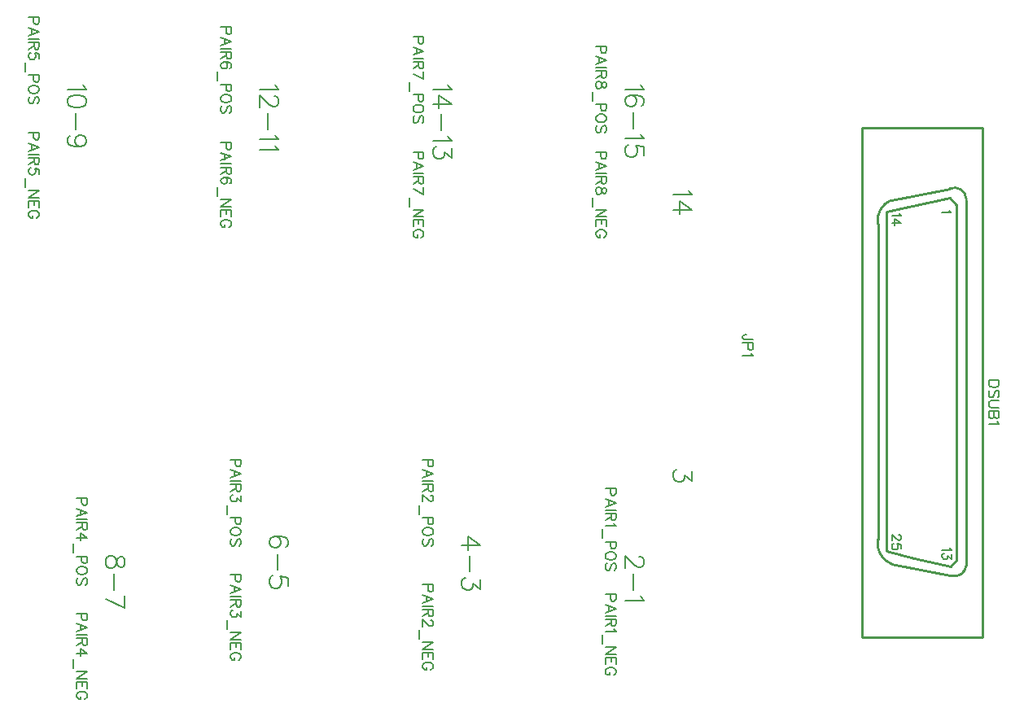
<source format=gto>
G04 Layer: TopSilkscreenLayer*
G04 EasyEDA v6.5.51, 2026-01-14 15:08:39*
G04 dde8d36dd7f6405bbf5d2bde1aba3d06,1eba0ef7a20a4348ba21f928fdb5677a,10*
G04 Gerber Generator version 0.2*
G04 Scale: 100 percent, Rotated: No, Reflected: No *
G04 Dimensions in millimeters *
G04 leading zeros omitted , absolute positions ,4 integer and 5 decimal *
%FSLAX45Y45*%
%MOMM*%

%ADD10C,0.2032*%
%ADD11C,0.1524*%
%ADD12C,0.1501*%
%ADD13C,0.2540*%
%ADD14C,0.0131*%

%LPD*%
D10*
X8358733Y1790852D02*
G01*
X8368131Y1790852D01*
X8386673Y1781454D01*
X8395817Y1772310D01*
X8404961Y1753768D01*
X8404961Y1716938D01*
X8395817Y1698396D01*
X8386673Y1689252D01*
X8368131Y1679854D01*
X8349589Y1679854D01*
X8331047Y1689252D01*
X8303361Y1707540D01*
X8211159Y1799996D01*
X8211159Y1670710D01*
X8294217Y1609750D02*
G01*
X8294217Y1443380D01*
X8368131Y1382420D02*
G01*
X8377275Y1364132D01*
X8404961Y1336446D01*
X8211159Y1336446D01*
X6705117Y1907743D02*
G01*
X6575831Y1999945D01*
X6575831Y1861515D01*
X6705117Y1907743D02*
G01*
X6511061Y1907743D01*
X6594119Y1800555D02*
G01*
X6594119Y1634185D01*
X6705117Y1554683D02*
G01*
X6705117Y1453083D01*
X6631203Y1508709D01*
X6631203Y1481023D01*
X6621805Y1462481D01*
X6612661Y1453083D01*
X6584975Y1443939D01*
X6566433Y1443939D01*
X6538747Y1453083D01*
X6520205Y1471625D01*
X6511061Y1499311D01*
X6511061Y1526997D01*
X6520205Y1554683D01*
X6529603Y1564081D01*
X6547891Y1573225D01*
X4677435Y1889125D02*
G01*
X4695723Y1898269D01*
X4705121Y1926209D01*
X4705121Y1944496D01*
X4695723Y1972182D01*
X4668037Y1990725D01*
X4621809Y1999869D01*
X4575835Y1999869D01*
X4538751Y1990725D01*
X4520209Y1972182D01*
X4511065Y1944496D01*
X4511065Y1935353D01*
X4520209Y1907667D01*
X4538751Y1889125D01*
X4566437Y1879980D01*
X4575835Y1879980D01*
X4603521Y1889125D01*
X4621809Y1907667D01*
X4631207Y1935353D01*
X4631207Y1944496D01*
X4621809Y1972182D01*
X4603521Y1990725D01*
X4575835Y1999869D01*
X4594123Y1819020D02*
G01*
X4594123Y1652651D01*
X4705121Y1480946D02*
G01*
X4705121Y1573148D01*
X4621809Y1582546D01*
X4631207Y1573148D01*
X4640351Y1545462D01*
X4640351Y1517777D01*
X4631207Y1490090D01*
X4612665Y1471548D01*
X4584979Y1462404D01*
X4566437Y1462404D01*
X4538751Y1471548D01*
X4520209Y1490090D01*
X4511065Y1517777D01*
X4511065Y1545462D01*
X4520209Y1573148D01*
X4529607Y1582546D01*
X4547895Y1591690D01*
X3005124Y1753895D02*
G01*
X2995726Y1781581D01*
X2977438Y1790725D01*
X2958896Y1790725D01*
X2940354Y1781581D01*
X2931210Y1763039D01*
X2921812Y1726209D01*
X2912668Y1698269D01*
X2894126Y1679981D01*
X2875838Y1670583D01*
X2847898Y1670583D01*
X2829610Y1679981D01*
X2820212Y1689125D01*
X2811068Y1716811D01*
X2811068Y1753895D01*
X2820212Y1781581D01*
X2829610Y1790725D01*
X2847898Y1799869D01*
X2875838Y1799869D01*
X2894126Y1790725D01*
X2912668Y1772183D01*
X2921812Y1744497D01*
X2931210Y1707667D01*
X2940354Y1689125D01*
X2958896Y1679981D01*
X2977438Y1679981D01*
X2995726Y1689125D01*
X3005124Y1716811D01*
X3005124Y1753895D01*
X2894126Y1609623D02*
G01*
X2894126Y1443507D01*
X3005124Y1253261D02*
G01*
X2811068Y1345463D01*
X3005124Y1382547D02*
G01*
X3005124Y1253261D01*
X8368029Y6699859D02*
G01*
X8377427Y6681571D01*
X8405113Y6653885D01*
X8211058Y6653885D01*
X8377427Y6481927D02*
G01*
X8395715Y6491325D01*
X8405113Y6519011D01*
X8405113Y6537299D01*
X8395715Y6565239D01*
X8368029Y6583527D01*
X8321802Y6592925D01*
X8275827Y6592925D01*
X8238743Y6583527D01*
X8220202Y6565239D01*
X8211058Y6537299D01*
X8211058Y6528155D01*
X8220202Y6500469D01*
X8238743Y6481927D01*
X8266429Y6472783D01*
X8275827Y6472783D01*
X8303513Y6481927D01*
X8321802Y6500469D01*
X8331200Y6528155D01*
X8331200Y6537299D01*
X8321802Y6565239D01*
X8303513Y6583527D01*
X8275827Y6592925D01*
X8294115Y6411823D02*
G01*
X8294115Y6245453D01*
X8368029Y6184493D02*
G01*
X8377427Y6166205D01*
X8405113Y6138519D01*
X8211058Y6138519D01*
X8405113Y5966561D02*
G01*
X8405113Y6059017D01*
X8321802Y6068161D01*
X8331200Y6059017D01*
X8340343Y6031331D01*
X8340343Y6003645D01*
X8331200Y5975959D01*
X8312658Y5957417D01*
X8284972Y5948019D01*
X8266429Y5948019D01*
X8238743Y5957417D01*
X8220202Y5975959D01*
X8211058Y6003645D01*
X8211058Y6031331D01*
X8220202Y6059017D01*
X8229600Y6068161D01*
X8247888Y6077559D01*
X6368034Y6699859D02*
G01*
X6377431Y6681571D01*
X6405118Y6653885D01*
X6211061Y6653885D01*
X6405118Y6500469D02*
G01*
X6275831Y6592925D01*
X6275831Y6454241D01*
X6405118Y6500469D02*
G01*
X6211061Y6500469D01*
X6294120Y6393281D02*
G01*
X6294120Y6227165D01*
X6368034Y6166205D02*
G01*
X6377431Y6147663D01*
X6405118Y6119977D01*
X6211061Y6119977D01*
X6405118Y6040475D02*
G01*
X6405118Y5938875D01*
X6331204Y5994247D01*
X6331204Y5966561D01*
X6321806Y5948019D01*
X6312661Y5938875D01*
X6284975Y5929731D01*
X6266434Y5929731D01*
X6238747Y5938875D01*
X6220206Y5957417D01*
X6211061Y5985103D01*
X6211061Y6012789D01*
X6220206Y6040475D01*
X6229604Y6049619D01*
X6247891Y6059017D01*
X4568037Y6699859D02*
G01*
X4577435Y6681571D01*
X4605121Y6653885D01*
X4411065Y6653885D01*
X4558893Y6583527D02*
G01*
X4568037Y6583527D01*
X4586579Y6574383D01*
X4595723Y6565239D01*
X4605121Y6546697D01*
X4605121Y6509613D01*
X4595723Y6491325D01*
X4586579Y6481927D01*
X4568037Y6472783D01*
X4549495Y6472783D01*
X4531207Y6481927D01*
X4503521Y6500469D01*
X4411065Y6592925D01*
X4411065Y6463639D01*
X4494123Y6402679D02*
G01*
X4494123Y6236309D01*
X4568037Y6175349D02*
G01*
X4577435Y6156807D01*
X4605121Y6129121D01*
X4411065Y6129121D01*
X4568037Y6068161D02*
G01*
X4577435Y6049619D01*
X4605121Y6021933D01*
X4411065Y6021933D01*
X2568041Y6699859D02*
G01*
X2577439Y6681571D01*
X2605125Y6653885D01*
X2411069Y6653885D01*
X2605125Y6537299D02*
G01*
X2595727Y6565239D01*
X2568041Y6583527D01*
X2521813Y6592925D01*
X2494127Y6592925D01*
X2447899Y6583527D01*
X2420213Y6565239D01*
X2411069Y6537299D01*
X2411069Y6519011D01*
X2420213Y6491325D01*
X2447899Y6472783D01*
X2494127Y6463639D01*
X2521813Y6463639D01*
X2568041Y6472783D01*
X2595727Y6491325D01*
X2605125Y6519011D01*
X2605125Y6537299D01*
X2494127Y6402679D02*
G01*
X2494127Y6236309D01*
X2540355Y6055207D02*
G01*
X2512669Y6064605D01*
X2494127Y6082893D01*
X2484983Y6110579D01*
X2484983Y6119977D01*
X2494127Y6147663D01*
X2512669Y6166205D01*
X2540355Y6175349D01*
X2549499Y6175349D01*
X2577439Y6166205D01*
X2595727Y6147663D01*
X2605125Y6119977D01*
X2605125Y6110579D01*
X2595727Y6082893D01*
X2577439Y6064605D01*
X2540355Y6055207D01*
X2494127Y6055207D01*
X2447899Y6064605D01*
X2420213Y6082893D01*
X2411069Y6110579D01*
X2411069Y6129121D01*
X2420213Y6156807D01*
X2438755Y6166205D01*
X8868105Y5599963D02*
G01*
X8877249Y5581421D01*
X8904935Y5553735D01*
X8711133Y5553735D01*
X8904935Y5400573D02*
G01*
X8775649Y5492775D01*
X8775649Y5354345D01*
X8904935Y5400573D02*
G01*
X8711133Y5400573D01*
X8904909Y2681604D02*
G01*
X8904909Y2580004D01*
X8831249Y2635377D01*
X8831249Y2607690D01*
X8821851Y2589148D01*
X8812707Y2580004D01*
X8785021Y2570606D01*
X8766479Y2570606D01*
X8738793Y2580004D01*
X8720251Y2598293D01*
X8711107Y2625979D01*
X8711107Y2653919D01*
X8720251Y2681604D01*
X8729649Y2690748D01*
X8747937Y2699893D01*
D11*
X12101093Y3625392D02*
G01*
X11992127Y3625392D01*
X12101093Y3625392D02*
G01*
X12101093Y3589070D01*
X12096013Y3573322D01*
X12085599Y3563162D01*
X12075185Y3557828D01*
X12059437Y3552748D01*
X12033529Y3552748D01*
X12018035Y3557828D01*
X12007621Y3563162D01*
X11997207Y3573322D01*
X11992127Y3589070D01*
X11992127Y3625392D01*
X12085599Y3445560D02*
G01*
X12096013Y3455974D01*
X12101093Y3471722D01*
X12101093Y3492296D01*
X12096013Y3508044D01*
X12085599Y3518458D01*
X12075185Y3518458D01*
X12064771Y3513124D01*
X12059437Y3508044D01*
X12054357Y3497630D01*
X12043943Y3466388D01*
X12038863Y3455974D01*
X12033529Y3450894D01*
X12023115Y3445560D01*
X12007621Y3445560D01*
X11997207Y3455974D01*
X11992127Y3471722D01*
X11992127Y3492296D01*
X11997207Y3508044D01*
X12007621Y3518458D01*
X12101093Y3411270D02*
G01*
X12023115Y3411270D01*
X12007621Y3406190D01*
X11997207Y3395776D01*
X11992127Y3380282D01*
X11992127Y3369868D01*
X11997207Y3354120D01*
X12007621Y3343706D01*
X12023115Y3338626D01*
X12101093Y3338626D01*
X12101093Y3304336D02*
G01*
X11992127Y3304336D01*
X12101093Y3304336D02*
G01*
X12101093Y3257600D01*
X12096013Y3241852D01*
X12090679Y3236772D01*
X12080265Y3231692D01*
X12069851Y3231692D01*
X12059437Y3236772D01*
X12054357Y3241852D01*
X12049277Y3257600D01*
X12049277Y3304336D02*
G01*
X12049277Y3257600D01*
X12043943Y3241852D01*
X12038863Y3236772D01*
X12028449Y3231692D01*
X12012701Y3231692D01*
X12002287Y3236772D01*
X11997207Y3241852D01*
X11992127Y3257600D01*
X11992127Y3304336D01*
X12080265Y3197402D02*
G01*
X12085599Y3186988D01*
X12101093Y3171240D01*
X11992127Y3171240D01*
D12*
X11581691Y5389981D02*
G01*
X11586263Y5380837D01*
X11599979Y5367121D01*
X11504475Y5367121D01*
X11585727Y1880158D02*
G01*
X11590299Y1871014D01*
X11604015Y1857552D01*
X11508511Y1857552D01*
X11604015Y1818436D02*
G01*
X11604015Y1768398D01*
X11567693Y1795576D01*
X11567693Y1781860D01*
X11563121Y1772970D01*
X11558549Y1768398D01*
X11544833Y1763826D01*
X11535689Y1763826D01*
X11522227Y1768398D01*
X11513083Y1777542D01*
X11508511Y1791004D01*
X11508511Y1804720D01*
X11513083Y1818436D01*
X11517655Y1823008D01*
X11526799Y1827326D01*
X11061700Y5359984D02*
G01*
X11066272Y5350840D01*
X11079988Y5337378D01*
X10984484Y5337378D01*
X11079988Y5261686D02*
G01*
X11016234Y5307152D01*
X11016234Y5239080D01*
X11079988Y5261686D02*
G01*
X10984484Y5261686D01*
X11057125Y2015411D02*
G01*
X11061697Y2015411D01*
X11070841Y2010839D01*
X11075413Y2006267D01*
X11079985Y1997377D01*
X11079985Y1979089D01*
X11075413Y1969945D01*
X11070841Y1965373D01*
X11061697Y1960801D01*
X11052553Y1960801D01*
X11043663Y1965373D01*
X11029947Y1974517D01*
X10984481Y2019983D01*
X10984481Y1956229D01*
X11079985Y1871901D02*
G01*
X11079985Y1917367D01*
X11039091Y1921685D01*
X11043663Y1917367D01*
X11047981Y1903651D01*
X11047981Y1889935D01*
X11043663Y1876473D01*
X11034519Y1867329D01*
X11020803Y1862757D01*
X11011659Y1862757D01*
X10998197Y1867329D01*
X10989053Y1876473D01*
X10984481Y1889935D01*
X10984481Y1903651D01*
X10989053Y1917367D01*
X10993625Y1921685D01*
X11002769Y1926257D01*
D11*
X9542297Y4047921D02*
G01*
X9459239Y4047921D01*
X9443491Y4053255D01*
X9438411Y4058335D01*
X9433331Y4068749D01*
X9433331Y4079163D01*
X9438411Y4089577D01*
X9443491Y4094911D01*
X9459239Y4099991D01*
X9469653Y4099991D01*
X9542297Y4013631D02*
G01*
X9433331Y4013631D01*
X9542297Y4013631D02*
G01*
X9542297Y3966895D01*
X9537217Y3951401D01*
X9531883Y3946321D01*
X9521469Y3940987D01*
X9505975Y3940987D01*
X9495561Y3946321D01*
X9490481Y3951401D01*
X9485147Y3966895D01*
X9485147Y4013631D01*
X9521469Y3906697D02*
G01*
X9526803Y3896283D01*
X9542297Y3880789D01*
X9433331Y3880789D01*
X2115311Y6199987D02*
G01*
X2006345Y6199987D01*
X2115311Y6199987D02*
G01*
X2115311Y6153251D01*
X2110231Y6137757D01*
X2104897Y6132423D01*
X2094484Y6127343D01*
X2078990Y6127343D01*
X2068575Y6132423D01*
X2063495Y6137757D01*
X2058161Y6153251D01*
X2058161Y6199987D01*
X2115311Y6051397D02*
G01*
X2006345Y6093053D01*
X2115311Y6051397D02*
G01*
X2006345Y6009741D01*
X2042668Y6077305D02*
G01*
X2042668Y6025489D01*
X2115311Y5975451D02*
G01*
X2006345Y5975451D01*
X2115311Y5941161D02*
G01*
X2006345Y5941161D01*
X2115311Y5941161D02*
G01*
X2115311Y5894425D01*
X2110231Y5878931D01*
X2104897Y5873597D01*
X2094484Y5868517D01*
X2084070Y5868517D01*
X2073656Y5873597D01*
X2068575Y5878931D01*
X2063495Y5894425D01*
X2063495Y5941161D01*
X2063495Y5904839D02*
G01*
X2006345Y5868517D01*
X2115311Y5771997D02*
G01*
X2115311Y5823813D01*
X2068575Y5829147D01*
X2073656Y5823813D01*
X2078990Y5808319D01*
X2078990Y5792571D01*
X2073656Y5777077D01*
X2063495Y5766663D01*
X2047747Y5761583D01*
X2037334Y5761583D01*
X2021840Y5766663D01*
X2011425Y5777077D01*
X2006345Y5792571D01*
X2006345Y5808319D01*
X2011425Y5823813D01*
X2016506Y5829147D01*
X2026920Y5834227D01*
X1969770Y5727293D02*
G01*
X1969770Y5633567D01*
X2115311Y5599277D02*
G01*
X2006345Y5599277D01*
X2115311Y5599277D02*
G01*
X2006345Y5526633D01*
X2115311Y5526633D02*
G01*
X2006345Y5526633D01*
X2115311Y5492343D02*
G01*
X2006345Y5492343D01*
X2115311Y5492343D02*
G01*
X2115311Y5424779D01*
X2063495Y5492343D02*
G01*
X2063495Y5450687D01*
X2006345Y5492343D02*
G01*
X2006345Y5424779D01*
X2089404Y5312511D02*
G01*
X2099818Y5317845D01*
X2110231Y5328259D01*
X2115311Y5338673D01*
X2115311Y5359247D01*
X2110231Y5369661D01*
X2099818Y5380075D01*
X2089404Y5385409D01*
X2073656Y5390489D01*
X2047747Y5390489D01*
X2032254Y5385409D01*
X2021840Y5380075D01*
X2011425Y5369661D01*
X2006345Y5359247D01*
X2006345Y5338673D01*
X2011425Y5328259D01*
X2021840Y5317845D01*
X2032254Y5312511D01*
X2047747Y5312511D01*
X2047747Y5338673D02*
G01*
X2047747Y5312511D01*
X2115311Y7399985D02*
G01*
X2006345Y7399985D01*
X2115311Y7399985D02*
G01*
X2115311Y7353249D01*
X2110231Y7337755D01*
X2104897Y7332421D01*
X2094484Y7327341D01*
X2078990Y7327341D01*
X2068575Y7332421D01*
X2063495Y7337755D01*
X2058161Y7353249D01*
X2058161Y7399985D01*
X2115311Y7251395D02*
G01*
X2006345Y7293051D01*
X2115311Y7251395D02*
G01*
X2006345Y7209739D01*
X2042668Y7277303D02*
G01*
X2042668Y7225487D01*
X2115311Y7175449D02*
G01*
X2006345Y7175449D01*
X2115311Y7141159D02*
G01*
X2006345Y7141159D01*
X2115311Y7141159D02*
G01*
X2115311Y7094423D01*
X2110231Y7078929D01*
X2104897Y7073595D01*
X2094484Y7068515D01*
X2084070Y7068515D01*
X2073656Y7073595D01*
X2068575Y7078929D01*
X2063495Y7094423D01*
X2063495Y7141159D01*
X2063495Y7104837D02*
G01*
X2006345Y7068515D01*
X2115311Y6971995D02*
G01*
X2115311Y7023811D01*
X2068575Y7029145D01*
X2073656Y7023811D01*
X2078990Y7008317D01*
X2078990Y6992569D01*
X2073656Y6977075D01*
X2063495Y6966661D01*
X2047747Y6961581D01*
X2037334Y6961581D01*
X2021840Y6966661D01*
X2011425Y6977075D01*
X2006345Y6992569D01*
X2006345Y7008317D01*
X2011425Y7023811D01*
X2016506Y7029145D01*
X2026920Y7034225D01*
X1969770Y6927291D02*
G01*
X1969770Y6833565D01*
X2115311Y6799275D02*
G01*
X2006345Y6799275D01*
X2115311Y6799275D02*
G01*
X2115311Y6752539D01*
X2110231Y6737045D01*
X2104897Y6731965D01*
X2094484Y6726631D01*
X2078990Y6726631D01*
X2068575Y6731965D01*
X2063495Y6737045D01*
X2058161Y6752539D01*
X2058161Y6799275D01*
X2115311Y6661099D02*
G01*
X2110231Y6671513D01*
X2099818Y6681927D01*
X2089404Y6687261D01*
X2073656Y6692341D01*
X2047747Y6692341D01*
X2032254Y6687261D01*
X2021840Y6681927D01*
X2011425Y6671513D01*
X2006345Y6661099D01*
X2006345Y6640525D01*
X2011425Y6630111D01*
X2021840Y6619697D01*
X2032254Y6614363D01*
X2047747Y6609283D01*
X2073656Y6609283D01*
X2089404Y6614363D01*
X2099818Y6619697D01*
X2110231Y6630111D01*
X2115311Y6640525D01*
X2115311Y6661099D01*
X2099818Y6502095D02*
G01*
X2110231Y6512509D01*
X2115311Y6528257D01*
X2115311Y6549085D01*
X2110231Y6564579D01*
X2099818Y6574993D01*
X2089404Y6574993D01*
X2078990Y6569659D01*
X2073656Y6564579D01*
X2068575Y6554165D01*
X2058161Y6522923D01*
X2053081Y6512509D01*
X2047747Y6507429D01*
X2037334Y6502095D01*
X2021840Y6502095D01*
X2011425Y6512509D01*
X2006345Y6528257D01*
X2006345Y6549085D01*
X2011425Y6564579D01*
X2021840Y6574993D01*
X4115308Y6099987D02*
G01*
X4006341Y6099987D01*
X4115308Y6099987D02*
G01*
X4115308Y6053251D01*
X4110227Y6037757D01*
X4104893Y6032423D01*
X4094479Y6027343D01*
X4078986Y6027343D01*
X4068572Y6032423D01*
X4063491Y6037757D01*
X4058158Y6053251D01*
X4058158Y6099987D01*
X4115308Y5951397D02*
G01*
X4006341Y5993053D01*
X4115308Y5951397D02*
G01*
X4006341Y5909741D01*
X4042663Y5977305D02*
G01*
X4042663Y5925489D01*
X4115308Y5875451D02*
G01*
X4006341Y5875451D01*
X4115308Y5841161D02*
G01*
X4006341Y5841161D01*
X4115308Y5841161D02*
G01*
X4115308Y5794425D01*
X4110227Y5778931D01*
X4104893Y5773597D01*
X4094479Y5768517D01*
X4084065Y5768517D01*
X4073652Y5773597D01*
X4068572Y5778931D01*
X4063491Y5794425D01*
X4063491Y5841161D01*
X4063491Y5804839D02*
G01*
X4006341Y5768517D01*
X4099813Y5671997D02*
G01*
X4110227Y5677077D01*
X4115308Y5692571D01*
X4115308Y5702985D01*
X4110227Y5718733D01*
X4094479Y5729147D01*
X4068572Y5734227D01*
X4042663Y5734227D01*
X4021836Y5729147D01*
X4011422Y5718733D01*
X4006341Y5702985D01*
X4006341Y5697905D01*
X4011422Y5682157D01*
X4021836Y5671997D01*
X4037329Y5666663D01*
X4042663Y5666663D01*
X4058158Y5671997D01*
X4068572Y5682157D01*
X4073652Y5697905D01*
X4073652Y5702985D01*
X4068572Y5718733D01*
X4058158Y5729147D01*
X4042663Y5734227D01*
X3969765Y5632373D02*
G01*
X3969765Y5538901D01*
X4115308Y5504611D02*
G01*
X4006341Y5504611D01*
X4115308Y5504611D02*
G01*
X4006341Y5431967D01*
X4115308Y5431967D02*
G01*
X4006341Y5431967D01*
X4115308Y5397677D02*
G01*
X4006341Y5397677D01*
X4115308Y5397677D02*
G01*
X4115308Y5330113D01*
X4063491Y5397677D02*
G01*
X4063491Y5356021D01*
X4006341Y5397677D02*
G01*
X4006341Y5330113D01*
X4089400Y5217845D02*
G01*
X4099813Y5222925D01*
X4110227Y5233339D01*
X4115308Y5243753D01*
X4115308Y5264581D01*
X4110227Y5274995D01*
X4099813Y5285409D01*
X4089400Y5290489D01*
X4073652Y5295823D01*
X4047743Y5295823D01*
X4032250Y5290489D01*
X4021836Y5285409D01*
X4011422Y5274995D01*
X4006341Y5264581D01*
X4006341Y5243753D01*
X4011422Y5233339D01*
X4021836Y5222925D01*
X4032250Y5217845D01*
X4047743Y5217845D01*
X4047743Y5243753D02*
G01*
X4047743Y5217845D01*
X4115308Y7299985D02*
G01*
X4006341Y7299985D01*
X4115308Y7299985D02*
G01*
X4115308Y7253249D01*
X4110227Y7237755D01*
X4104893Y7232421D01*
X4094479Y7227341D01*
X4078986Y7227341D01*
X4068572Y7232421D01*
X4063491Y7237755D01*
X4058158Y7253249D01*
X4058158Y7299985D01*
X4115308Y7151395D02*
G01*
X4006341Y7193051D01*
X4115308Y7151395D02*
G01*
X4006341Y7109739D01*
X4042663Y7177303D02*
G01*
X4042663Y7125487D01*
X4115308Y7075449D02*
G01*
X4006341Y7075449D01*
X4115308Y7041159D02*
G01*
X4006341Y7041159D01*
X4115308Y7041159D02*
G01*
X4115308Y6994423D01*
X4110227Y6978929D01*
X4104893Y6973595D01*
X4094479Y6968515D01*
X4084065Y6968515D01*
X4073652Y6973595D01*
X4068572Y6978929D01*
X4063491Y6994423D01*
X4063491Y7041159D01*
X4063491Y7004837D02*
G01*
X4006341Y6968515D01*
X4099813Y6871995D02*
G01*
X4110227Y6877075D01*
X4115308Y6892569D01*
X4115308Y6902983D01*
X4110227Y6918731D01*
X4094479Y6929145D01*
X4068572Y6934225D01*
X4042663Y6934225D01*
X4021836Y6929145D01*
X4011422Y6918731D01*
X4006341Y6902983D01*
X4006341Y6897903D01*
X4011422Y6882155D01*
X4021836Y6871995D01*
X4037329Y6866661D01*
X4042663Y6866661D01*
X4058158Y6871995D01*
X4068572Y6882155D01*
X4073652Y6897903D01*
X4073652Y6902983D01*
X4068572Y6918731D01*
X4058158Y6929145D01*
X4042663Y6934225D01*
X3969765Y6832371D02*
G01*
X3969765Y6738899D01*
X4115308Y6704609D02*
G01*
X4006341Y6704609D01*
X4115308Y6704609D02*
G01*
X4115308Y6657873D01*
X4110227Y6642125D01*
X4104893Y6637045D01*
X4094479Y6631965D01*
X4078986Y6631965D01*
X4068572Y6637045D01*
X4063491Y6642125D01*
X4058158Y6657873D01*
X4058158Y6704609D01*
X4115308Y6566433D02*
G01*
X4110227Y6576847D01*
X4099813Y6587261D01*
X4089400Y6592341D01*
X4073652Y6597675D01*
X4047743Y6597675D01*
X4032250Y6592341D01*
X4021836Y6587261D01*
X4011422Y6576847D01*
X4006341Y6566433D01*
X4006341Y6545605D01*
X4011422Y6535191D01*
X4021836Y6524777D01*
X4032250Y6519697D01*
X4047743Y6514363D01*
X4073652Y6514363D01*
X4089400Y6519697D01*
X4099813Y6524777D01*
X4110227Y6535191D01*
X4115308Y6545605D01*
X4115308Y6566433D01*
X4099813Y6407429D02*
G01*
X4110227Y6417843D01*
X4115308Y6433337D01*
X4115308Y6454165D01*
X4110227Y6469659D01*
X4099813Y6480073D01*
X4089400Y6480073D01*
X4078986Y6474993D01*
X4073652Y6469659D01*
X4068572Y6459245D01*
X4058158Y6428257D01*
X4053077Y6417843D01*
X4047743Y6412509D01*
X4037329Y6407429D01*
X4021836Y6407429D01*
X4011422Y6417843D01*
X4006341Y6433337D01*
X4006341Y6454165D01*
X4011422Y6469659D01*
X4021836Y6480073D01*
X6115304Y5999987D02*
G01*
X6006338Y5999987D01*
X6115304Y5999987D02*
G01*
X6115304Y5953252D01*
X6110224Y5937757D01*
X6104890Y5932423D01*
X6094475Y5927344D01*
X6078981Y5927344D01*
X6068568Y5932423D01*
X6063488Y5937757D01*
X6058154Y5953252D01*
X6058154Y5999987D01*
X6115304Y5851397D02*
G01*
X6006338Y5893054D01*
X6115304Y5851397D02*
G01*
X6006338Y5809742D01*
X6042659Y5877305D02*
G01*
X6042659Y5825489D01*
X6115304Y5775452D02*
G01*
X6006338Y5775452D01*
X6115304Y5741162D02*
G01*
X6006338Y5741162D01*
X6115304Y5741162D02*
G01*
X6115304Y5694426D01*
X6110224Y5678931D01*
X6104890Y5673597D01*
X6094475Y5668518D01*
X6084061Y5668518D01*
X6073647Y5673597D01*
X6068568Y5678931D01*
X6063488Y5694426D01*
X6063488Y5741162D01*
X6063488Y5704839D02*
G01*
X6006338Y5668518D01*
X6115304Y5561584D02*
G01*
X6006338Y5613400D01*
X6115304Y5634228D02*
G01*
X6115304Y5561584D01*
X5969761Y5527294D02*
G01*
X5969761Y5433568D01*
X6115304Y5399278D02*
G01*
X6006338Y5399278D01*
X6115304Y5399278D02*
G01*
X6006338Y5326634D01*
X6115304Y5326634D02*
G01*
X6006338Y5326634D01*
X6115304Y5292344D02*
G01*
X6006338Y5292344D01*
X6115304Y5292344D02*
G01*
X6115304Y5224779D01*
X6063488Y5292344D02*
G01*
X6063488Y5250687D01*
X6006338Y5292344D02*
G01*
X6006338Y5224779D01*
X6089395Y5112512D02*
G01*
X6099809Y5117845D01*
X6110224Y5128260D01*
X6115304Y5138673D01*
X6115304Y5159247D01*
X6110224Y5169662D01*
X6099809Y5180076D01*
X6089395Y5185410D01*
X6073647Y5190489D01*
X6047740Y5190489D01*
X6032245Y5185410D01*
X6021831Y5180076D01*
X6011418Y5169662D01*
X6006338Y5159247D01*
X6006338Y5138673D01*
X6011418Y5128260D01*
X6021831Y5117845D01*
X6032245Y5112512D01*
X6047740Y5112512D01*
X6047740Y5138673D02*
G01*
X6047740Y5112512D01*
X6115304Y7199985D02*
G01*
X6006338Y7199985D01*
X6115304Y7199985D02*
G01*
X6115304Y7153249D01*
X6110224Y7137755D01*
X6104890Y7132421D01*
X6094475Y7127341D01*
X6078981Y7127341D01*
X6068568Y7132421D01*
X6063488Y7137755D01*
X6058154Y7153249D01*
X6058154Y7199985D01*
X6115304Y7051395D02*
G01*
X6006338Y7093051D01*
X6115304Y7051395D02*
G01*
X6006338Y7009739D01*
X6042659Y7077303D02*
G01*
X6042659Y7025487D01*
X6115304Y6975449D02*
G01*
X6006338Y6975449D01*
X6115304Y6941159D02*
G01*
X6006338Y6941159D01*
X6115304Y6941159D02*
G01*
X6115304Y6894423D01*
X6110224Y6878929D01*
X6104890Y6873595D01*
X6094475Y6868515D01*
X6084061Y6868515D01*
X6073647Y6873595D01*
X6068568Y6878929D01*
X6063488Y6894423D01*
X6063488Y6941159D01*
X6063488Y6904837D02*
G01*
X6006338Y6868515D01*
X6115304Y6761581D02*
G01*
X6006338Y6813397D01*
X6115304Y6834225D02*
G01*
X6115304Y6761581D01*
X5969761Y6727291D02*
G01*
X5969761Y6633565D01*
X6115304Y6599275D02*
G01*
X6006338Y6599275D01*
X6115304Y6599275D02*
G01*
X6115304Y6552539D01*
X6110224Y6537045D01*
X6104890Y6531965D01*
X6094475Y6526631D01*
X6078981Y6526631D01*
X6068568Y6531965D01*
X6063488Y6537045D01*
X6058154Y6552539D01*
X6058154Y6599275D01*
X6115304Y6461099D02*
G01*
X6110224Y6471513D01*
X6099809Y6481927D01*
X6089395Y6487261D01*
X6073647Y6492341D01*
X6047740Y6492341D01*
X6032245Y6487261D01*
X6021831Y6481927D01*
X6011418Y6471513D01*
X6006338Y6461099D01*
X6006338Y6440525D01*
X6011418Y6430111D01*
X6021831Y6419697D01*
X6032245Y6414363D01*
X6047740Y6409283D01*
X6073647Y6409283D01*
X6089395Y6414363D01*
X6099809Y6419697D01*
X6110224Y6430111D01*
X6115304Y6440525D01*
X6115304Y6461099D01*
X6099809Y6302095D02*
G01*
X6110224Y6312509D01*
X6115304Y6328257D01*
X6115304Y6349085D01*
X6110224Y6364579D01*
X6099809Y6374993D01*
X6089395Y6374993D01*
X6078981Y6369659D01*
X6073647Y6364579D01*
X6068568Y6354165D01*
X6058154Y6322923D01*
X6053074Y6312509D01*
X6047740Y6307429D01*
X6037325Y6302095D01*
X6021831Y6302095D01*
X6011418Y6312509D01*
X6006338Y6328257D01*
X6006338Y6349085D01*
X6011418Y6364579D01*
X6021831Y6374993D01*
X8015300Y5999987D02*
G01*
X7906334Y5999987D01*
X8015300Y5999987D02*
G01*
X8015300Y5953252D01*
X8010220Y5937757D01*
X8004886Y5932423D01*
X7994472Y5927344D01*
X7978978Y5927344D01*
X7968564Y5932423D01*
X7963484Y5937757D01*
X7958150Y5953252D01*
X7958150Y5999987D01*
X8015300Y5851397D02*
G01*
X7906334Y5893054D01*
X8015300Y5851397D02*
G01*
X7906334Y5809742D01*
X7942656Y5877305D02*
G01*
X7942656Y5825489D01*
X8015300Y5775452D02*
G01*
X7906334Y5775452D01*
X8015300Y5741162D02*
G01*
X7906334Y5741162D01*
X8015300Y5741162D02*
G01*
X8015300Y5694426D01*
X8010220Y5678931D01*
X8004886Y5673597D01*
X7994472Y5668518D01*
X7984058Y5668518D01*
X7973644Y5673597D01*
X7968564Y5678931D01*
X7963484Y5694426D01*
X7963484Y5741162D01*
X7963484Y5704839D02*
G01*
X7906334Y5668518D01*
X8015300Y5608320D02*
G01*
X8010220Y5623813D01*
X7999806Y5629147D01*
X7989392Y5629147D01*
X7978978Y5623813D01*
X7973644Y5613400D01*
X7968564Y5592571D01*
X7963484Y5577078D01*
X7953070Y5566663D01*
X7942656Y5561584D01*
X7926908Y5561584D01*
X7916494Y5566663D01*
X7911414Y5571997D01*
X7906334Y5587492D01*
X7906334Y5608320D01*
X7911414Y5623813D01*
X7916494Y5629147D01*
X7926908Y5634228D01*
X7942656Y5634228D01*
X7953070Y5629147D01*
X7963484Y5618734D01*
X7968564Y5602986D01*
X7973644Y5582157D01*
X7978978Y5571997D01*
X7989392Y5566663D01*
X7999806Y5566663D01*
X8010220Y5571997D01*
X8015300Y5587492D01*
X8015300Y5608320D01*
X7869758Y5527294D02*
G01*
X7869758Y5433568D01*
X8015300Y5399278D02*
G01*
X7906334Y5399278D01*
X8015300Y5399278D02*
G01*
X7906334Y5326634D01*
X8015300Y5326634D02*
G01*
X7906334Y5326634D01*
X8015300Y5292344D02*
G01*
X7906334Y5292344D01*
X8015300Y5292344D02*
G01*
X8015300Y5224779D01*
X7963484Y5292344D02*
G01*
X7963484Y5250687D01*
X7906334Y5292344D02*
G01*
X7906334Y5224779D01*
X7989392Y5112512D02*
G01*
X7999806Y5117845D01*
X8010220Y5128260D01*
X8015300Y5138673D01*
X8015300Y5159247D01*
X8010220Y5169662D01*
X7999806Y5180076D01*
X7989392Y5185410D01*
X7973644Y5190489D01*
X7947736Y5190489D01*
X7932242Y5185410D01*
X7921828Y5180076D01*
X7911414Y5169662D01*
X7906334Y5159247D01*
X7906334Y5138673D01*
X7911414Y5128260D01*
X7921828Y5117845D01*
X7932242Y5112512D01*
X7947736Y5112512D01*
X7947736Y5138673D02*
G01*
X7947736Y5112512D01*
X8015300Y7099985D02*
G01*
X7906334Y7099985D01*
X8015300Y7099985D02*
G01*
X8015300Y7053249D01*
X8010220Y7037755D01*
X8004886Y7032421D01*
X7994472Y7027341D01*
X7978978Y7027341D01*
X7968564Y7032421D01*
X7963484Y7037755D01*
X7958150Y7053249D01*
X7958150Y7099985D01*
X8015300Y6951395D02*
G01*
X7906334Y6993051D01*
X8015300Y6951395D02*
G01*
X7906334Y6909739D01*
X7942656Y6977303D02*
G01*
X7942656Y6925487D01*
X8015300Y6875449D02*
G01*
X7906334Y6875449D01*
X8015300Y6841159D02*
G01*
X7906334Y6841159D01*
X8015300Y6841159D02*
G01*
X8015300Y6794423D01*
X8010220Y6778929D01*
X8004886Y6773595D01*
X7994472Y6768515D01*
X7984058Y6768515D01*
X7973644Y6773595D01*
X7968564Y6778929D01*
X7963484Y6794423D01*
X7963484Y6841159D01*
X7963484Y6804837D02*
G01*
X7906334Y6768515D01*
X8015300Y6708317D02*
G01*
X8010220Y6723811D01*
X7999806Y6729145D01*
X7989392Y6729145D01*
X7978978Y6723811D01*
X7973644Y6713397D01*
X7968564Y6692569D01*
X7963484Y6677075D01*
X7953070Y6666661D01*
X7942656Y6661581D01*
X7926908Y6661581D01*
X7916494Y6666661D01*
X7911414Y6671995D01*
X7906334Y6687489D01*
X7906334Y6708317D01*
X7911414Y6723811D01*
X7916494Y6729145D01*
X7926908Y6734225D01*
X7942656Y6734225D01*
X7953070Y6729145D01*
X7963484Y6718731D01*
X7968564Y6702983D01*
X7973644Y6682155D01*
X7978978Y6671995D01*
X7989392Y6666661D01*
X7999806Y6666661D01*
X8010220Y6671995D01*
X8015300Y6687489D01*
X8015300Y6708317D01*
X7869758Y6627291D02*
G01*
X7869758Y6533565D01*
X8015300Y6499275D02*
G01*
X7906334Y6499275D01*
X8015300Y6499275D02*
G01*
X8015300Y6452539D01*
X8010220Y6437045D01*
X8004886Y6431965D01*
X7994472Y6426631D01*
X7978978Y6426631D01*
X7968564Y6431965D01*
X7963484Y6437045D01*
X7958150Y6452539D01*
X7958150Y6499275D01*
X8015300Y6361099D02*
G01*
X8010220Y6371513D01*
X7999806Y6381927D01*
X7989392Y6387261D01*
X7973644Y6392341D01*
X7947736Y6392341D01*
X7932242Y6387261D01*
X7921828Y6381927D01*
X7911414Y6371513D01*
X7906334Y6361099D01*
X7906334Y6340525D01*
X7911414Y6330111D01*
X7921828Y6319697D01*
X7932242Y6314363D01*
X7947736Y6309283D01*
X7973644Y6309283D01*
X7989392Y6314363D01*
X7999806Y6319697D01*
X8010220Y6330111D01*
X8015300Y6340525D01*
X8015300Y6361099D01*
X7999806Y6202095D02*
G01*
X8010220Y6212509D01*
X8015300Y6228257D01*
X8015300Y6249085D01*
X8010220Y6264579D01*
X7999806Y6274993D01*
X7989392Y6274993D01*
X7978978Y6269659D01*
X7973644Y6264579D01*
X7968564Y6254165D01*
X7958150Y6222923D01*
X7953070Y6212509D01*
X7947736Y6207429D01*
X7937322Y6202095D01*
X7921828Y6202095D01*
X7911414Y6212509D01*
X7906334Y6228257D01*
X7906334Y6249085D01*
X7911414Y6264579D01*
X7921828Y6274993D01*
X8115300Y1399870D02*
G01*
X8006334Y1399870D01*
X8115300Y1399870D02*
G01*
X8115300Y1353134D01*
X8110220Y1337640D01*
X8104886Y1332560D01*
X8094472Y1327226D01*
X8078977Y1327226D01*
X8068563Y1332560D01*
X8063484Y1337640D01*
X8058150Y1353134D01*
X8058150Y1399870D01*
X8115300Y1251280D02*
G01*
X8006334Y1292936D01*
X8115300Y1251280D02*
G01*
X8006334Y1209878D01*
X8042656Y1277442D02*
G01*
X8042656Y1225372D01*
X8115300Y1175588D02*
G01*
X8006334Y1175588D01*
X8115300Y1141298D02*
G01*
X8006334Y1141298D01*
X8115300Y1141298D02*
G01*
X8115300Y1094562D01*
X8110220Y1078814D01*
X8104886Y1073734D01*
X8094472Y1068400D01*
X8084058Y1068400D01*
X8073643Y1073734D01*
X8068563Y1078814D01*
X8063484Y1094562D01*
X8063484Y1141298D01*
X8063484Y1104976D02*
G01*
X8006334Y1068400D01*
X8094472Y1034110D02*
G01*
X8099806Y1023950D01*
X8115300Y1008202D01*
X8006334Y1008202D01*
X7969758Y973912D02*
G01*
X7969758Y880440D01*
X8115300Y846150D02*
G01*
X8006334Y846150D01*
X8115300Y846150D02*
G01*
X8006334Y773506D01*
X8115300Y773506D02*
G01*
X8006334Y773506D01*
X8115300Y739216D02*
G01*
X8006334Y739216D01*
X8115300Y739216D02*
G01*
X8115300Y671652D01*
X8063484Y739216D02*
G01*
X8063484Y697560D01*
X8006334Y739216D02*
G01*
X8006334Y671652D01*
X8089391Y559384D02*
G01*
X8099806Y564464D01*
X8110220Y574878D01*
X8115300Y585292D01*
X8115300Y606120D01*
X8110220Y616534D01*
X8099806Y626948D01*
X8089391Y632028D01*
X8073643Y637362D01*
X8047736Y637362D01*
X8032241Y632028D01*
X8021827Y626948D01*
X8011413Y616534D01*
X8006334Y606120D01*
X8006334Y585292D01*
X8011413Y574878D01*
X8021827Y564464D01*
X8032241Y559384D01*
X8047736Y559384D01*
X8047736Y585292D02*
G01*
X8047736Y559384D01*
X8115300Y2499868D02*
G01*
X8006334Y2499868D01*
X8115300Y2499868D02*
G01*
X8115300Y2453131D01*
X8110220Y2437637D01*
X8104886Y2432557D01*
X8094472Y2427223D01*
X8078977Y2427223D01*
X8068563Y2432557D01*
X8063484Y2437637D01*
X8058150Y2453131D01*
X8058150Y2499868D01*
X8115300Y2351278D02*
G01*
X8006334Y2392934D01*
X8115300Y2351278D02*
G01*
X8006334Y2309876D01*
X8042656Y2377439D02*
G01*
X8042656Y2325370D01*
X8115300Y2275586D02*
G01*
X8006334Y2275586D01*
X8115300Y2241295D02*
G01*
X8006334Y2241295D01*
X8115300Y2241295D02*
G01*
X8115300Y2194560D01*
X8110220Y2178812D01*
X8104886Y2173731D01*
X8094472Y2168397D01*
X8084058Y2168397D01*
X8073643Y2173731D01*
X8068563Y2178812D01*
X8063484Y2194560D01*
X8063484Y2241295D01*
X8063484Y2204973D02*
G01*
X8006334Y2168397D01*
X8094472Y2134107D02*
G01*
X8099806Y2123947D01*
X8115300Y2108200D01*
X8006334Y2108200D01*
X7969758Y2073910D02*
G01*
X7969758Y1980437D01*
X8115300Y1946147D02*
G01*
X8006334Y1946147D01*
X8115300Y1946147D02*
G01*
X8115300Y1899412D01*
X8110220Y1883918D01*
X8104886Y1878584D01*
X8094472Y1873504D01*
X8078977Y1873504D01*
X8068563Y1878584D01*
X8063484Y1883918D01*
X8058150Y1899412D01*
X8058150Y1946147D01*
X8115300Y1807971D02*
G01*
X8110220Y1818386D01*
X8099806Y1828800D01*
X8089391Y1833879D01*
X8073643Y1839213D01*
X8047736Y1839213D01*
X8032241Y1833879D01*
X8021827Y1828800D01*
X8011413Y1818386D01*
X8006334Y1807971D01*
X8006334Y1787144D01*
X8011413Y1776729D01*
X8021827Y1766315D01*
X8032241Y1761236D01*
X8047736Y1755902D01*
X8073643Y1755902D01*
X8089391Y1761236D01*
X8099806Y1766315D01*
X8110220Y1776729D01*
X8115300Y1787144D01*
X8115300Y1807971D01*
X8099806Y1648968D02*
G01*
X8110220Y1659381D01*
X8115300Y1674876D01*
X8115300Y1695704D01*
X8110220Y1711197D01*
X8099806Y1721612D01*
X8089391Y1721612D01*
X8078977Y1716531D01*
X8073643Y1711197D01*
X8068563Y1701037D01*
X8058150Y1669795D01*
X8053070Y1659381D01*
X8047736Y1654047D01*
X8037322Y1648968D01*
X8021827Y1648968D01*
X8011413Y1659381D01*
X8006334Y1674876D01*
X8006334Y1695704D01*
X8011413Y1711197D01*
X8021827Y1721612D01*
X6215303Y1499870D02*
G01*
X6106337Y1499870D01*
X6215303Y1499870D02*
G01*
X6215303Y1453134D01*
X6210223Y1437639D01*
X6204889Y1432560D01*
X6194475Y1427226D01*
X6178981Y1427226D01*
X6168567Y1432560D01*
X6163487Y1437639D01*
X6158153Y1453134D01*
X6158153Y1499870D01*
X6215303Y1351279D02*
G01*
X6106337Y1392936D01*
X6215303Y1351279D02*
G01*
X6106337Y1309878D01*
X6142659Y1377442D02*
G01*
X6142659Y1325371D01*
X6215303Y1275587D02*
G01*
X6106337Y1275587D01*
X6215303Y1241297D02*
G01*
X6106337Y1241297D01*
X6215303Y1241297D02*
G01*
X6215303Y1194562D01*
X6210223Y1178813D01*
X6204889Y1173734D01*
X6194475Y1168400D01*
X6184061Y1168400D01*
X6173647Y1173734D01*
X6168567Y1178813D01*
X6163487Y1194562D01*
X6163487Y1241297D01*
X6163487Y1204976D02*
G01*
X6106337Y1168400D01*
X6189395Y1129029D02*
G01*
X6194475Y1129029D01*
X6204889Y1123950D01*
X6210223Y1118615D01*
X6215303Y1108202D01*
X6215303Y1087373D01*
X6210223Y1076960D01*
X6204889Y1071879D01*
X6194475Y1066800D01*
X6184061Y1066800D01*
X6173647Y1071879D01*
X6158153Y1082294D01*
X6106337Y1134110D01*
X6106337Y1061465D01*
X6069761Y1027176D02*
G01*
X6069761Y933704D01*
X6215303Y899413D02*
G01*
X6106337Y899413D01*
X6215303Y899413D02*
G01*
X6106337Y826770D01*
X6215303Y826770D02*
G01*
X6106337Y826770D01*
X6215303Y792479D02*
G01*
X6106337Y792479D01*
X6215303Y792479D02*
G01*
X6215303Y724915D01*
X6163487Y792479D02*
G01*
X6163487Y750823D01*
X6106337Y792479D02*
G01*
X6106337Y724915D01*
X6189395Y612647D02*
G01*
X6199809Y617728D01*
X6210223Y628142D01*
X6215303Y638555D01*
X6215303Y659384D01*
X6210223Y669797D01*
X6199809Y680212D01*
X6189395Y685292D01*
X6173647Y690626D01*
X6147739Y690626D01*
X6132245Y685292D01*
X6121831Y680212D01*
X6111417Y669797D01*
X6106337Y659384D01*
X6106337Y638555D01*
X6111417Y628142D01*
X6121831Y617728D01*
X6132245Y612647D01*
X6147739Y612647D01*
X6147739Y638555D02*
G01*
X6147739Y612647D01*
X6215303Y2799867D02*
G01*
X6106337Y2799867D01*
X6215303Y2799867D02*
G01*
X6215303Y2753131D01*
X6210223Y2737637D01*
X6204889Y2732557D01*
X6194475Y2727223D01*
X6178981Y2727223D01*
X6168567Y2732557D01*
X6163487Y2737637D01*
X6158153Y2753131D01*
X6158153Y2799867D01*
X6215303Y2651277D02*
G01*
X6106337Y2692933D01*
X6215303Y2651277D02*
G01*
X6106337Y2609875D01*
X6142659Y2677439D02*
G01*
X6142659Y2625369D01*
X6215303Y2575585D02*
G01*
X6106337Y2575585D01*
X6215303Y2541295D02*
G01*
X6106337Y2541295D01*
X6215303Y2541295D02*
G01*
X6215303Y2494559D01*
X6210223Y2478811D01*
X6204889Y2473731D01*
X6194475Y2468397D01*
X6184061Y2468397D01*
X6173647Y2473731D01*
X6168567Y2478811D01*
X6163487Y2494559D01*
X6163487Y2541295D01*
X6163487Y2504973D02*
G01*
X6106337Y2468397D01*
X6189395Y2429027D02*
G01*
X6194475Y2429027D01*
X6204889Y2423947D01*
X6210223Y2418613D01*
X6215303Y2408199D01*
X6215303Y2387371D01*
X6210223Y2376957D01*
X6204889Y2371877D01*
X6194475Y2366797D01*
X6184061Y2366797D01*
X6173647Y2371877D01*
X6158153Y2382291D01*
X6106337Y2434107D01*
X6106337Y2361463D01*
X6069761Y2327173D02*
G01*
X6069761Y2233701D01*
X6215303Y2199411D02*
G01*
X6106337Y2199411D01*
X6215303Y2199411D02*
G01*
X6215303Y2152675D01*
X6210223Y2136927D01*
X6204889Y2131847D01*
X6194475Y2126767D01*
X6178981Y2126767D01*
X6168567Y2131847D01*
X6163487Y2136927D01*
X6158153Y2152675D01*
X6158153Y2199411D01*
X6215303Y2061235D02*
G01*
X6210223Y2071649D01*
X6199809Y2082063D01*
X6189395Y2087143D01*
X6173647Y2092477D01*
X6147739Y2092477D01*
X6132245Y2087143D01*
X6121831Y2082063D01*
X6111417Y2071649D01*
X6106337Y2061235D01*
X6106337Y2040407D01*
X6111417Y2029993D01*
X6121831Y2019579D01*
X6132245Y2014499D01*
X6147739Y2009165D01*
X6173647Y2009165D01*
X6189395Y2014499D01*
X6199809Y2019579D01*
X6210223Y2029993D01*
X6215303Y2040407D01*
X6215303Y2061235D01*
X6199809Y1902231D02*
G01*
X6210223Y1912645D01*
X6215303Y1928139D01*
X6215303Y1948967D01*
X6210223Y1964461D01*
X6199809Y1974875D01*
X6189395Y1974875D01*
X6178981Y1969795D01*
X6173647Y1964461D01*
X6168567Y1954047D01*
X6158153Y1923059D01*
X6153073Y1912645D01*
X6147739Y1907311D01*
X6137325Y1902231D01*
X6121831Y1902231D01*
X6111417Y1912645D01*
X6106337Y1928139D01*
X6106337Y1948967D01*
X6111417Y1964461D01*
X6121831Y1974875D01*
X4215307Y1599869D02*
G01*
X4106341Y1599869D01*
X4215307Y1599869D02*
G01*
X4215307Y1553133D01*
X4210227Y1537639D01*
X4204893Y1532559D01*
X4194479Y1527225D01*
X4178985Y1527225D01*
X4168571Y1532559D01*
X4163491Y1537639D01*
X4158157Y1553133D01*
X4158157Y1599869D01*
X4215307Y1451279D02*
G01*
X4106341Y1492935D01*
X4215307Y1451279D02*
G01*
X4106341Y1409877D01*
X4142663Y1477441D02*
G01*
X4142663Y1425371D01*
X4215307Y1375587D02*
G01*
X4106341Y1375587D01*
X4215307Y1341297D02*
G01*
X4106341Y1341297D01*
X4215307Y1341297D02*
G01*
X4215307Y1294561D01*
X4210227Y1278813D01*
X4204893Y1273733D01*
X4194479Y1268399D01*
X4184065Y1268399D01*
X4173651Y1273733D01*
X4168571Y1278813D01*
X4163491Y1294561D01*
X4163491Y1341297D01*
X4163491Y1304975D02*
G01*
X4106341Y1268399D01*
X4215307Y1223949D02*
G01*
X4215307Y1166799D01*
X4173651Y1197787D01*
X4173651Y1182293D01*
X4168571Y1171879D01*
X4163491Y1166799D01*
X4147743Y1161465D01*
X4137329Y1161465D01*
X4121835Y1166799D01*
X4111421Y1176959D01*
X4106341Y1192707D01*
X4106341Y1208201D01*
X4111421Y1223949D01*
X4116501Y1229029D01*
X4126915Y1234109D01*
X4069765Y1127175D02*
G01*
X4069765Y1033703D01*
X4215307Y999413D02*
G01*
X4106341Y999413D01*
X4215307Y999413D02*
G01*
X4106341Y926769D01*
X4215307Y926769D02*
G01*
X4106341Y926769D01*
X4215307Y892479D02*
G01*
X4106341Y892479D01*
X4215307Y892479D02*
G01*
X4215307Y824915D01*
X4163491Y892479D02*
G01*
X4163491Y850823D01*
X4106341Y892479D02*
G01*
X4106341Y824915D01*
X4189399Y712647D02*
G01*
X4199813Y717727D01*
X4210227Y728141D01*
X4215307Y738555D01*
X4215307Y759383D01*
X4210227Y769797D01*
X4199813Y780211D01*
X4189399Y785291D01*
X4173651Y790625D01*
X4147743Y790625D01*
X4132249Y785291D01*
X4121835Y780211D01*
X4111421Y769797D01*
X4106341Y759383D01*
X4106341Y738555D01*
X4111421Y728141D01*
X4121835Y717727D01*
X4132249Y712647D01*
X4147743Y712647D01*
X4147743Y738555D02*
G01*
X4147743Y712647D01*
X4215307Y2799867D02*
G01*
X4106341Y2799867D01*
X4215307Y2799867D02*
G01*
X4215307Y2753131D01*
X4210227Y2737637D01*
X4204893Y2732557D01*
X4194479Y2727223D01*
X4178985Y2727223D01*
X4168571Y2732557D01*
X4163491Y2737637D01*
X4158157Y2753131D01*
X4158157Y2799867D01*
X4215307Y2651277D02*
G01*
X4106341Y2692933D01*
X4215307Y2651277D02*
G01*
X4106341Y2609875D01*
X4142663Y2677439D02*
G01*
X4142663Y2625369D01*
X4215307Y2575585D02*
G01*
X4106341Y2575585D01*
X4215307Y2541295D02*
G01*
X4106341Y2541295D01*
X4215307Y2541295D02*
G01*
X4215307Y2494559D01*
X4210227Y2478811D01*
X4204893Y2473731D01*
X4194479Y2468397D01*
X4184065Y2468397D01*
X4173651Y2473731D01*
X4168571Y2478811D01*
X4163491Y2494559D01*
X4163491Y2541295D01*
X4163491Y2504973D02*
G01*
X4106341Y2468397D01*
X4215307Y2423947D02*
G01*
X4215307Y2366797D01*
X4173651Y2397785D01*
X4173651Y2382291D01*
X4168571Y2371877D01*
X4163491Y2366797D01*
X4147743Y2361463D01*
X4137329Y2361463D01*
X4121835Y2366797D01*
X4111421Y2376957D01*
X4106341Y2392705D01*
X4106341Y2408199D01*
X4111421Y2423947D01*
X4116501Y2429027D01*
X4126915Y2434107D01*
X4069765Y2327173D02*
G01*
X4069765Y2233701D01*
X4215307Y2199411D02*
G01*
X4106341Y2199411D01*
X4215307Y2199411D02*
G01*
X4215307Y2152675D01*
X4210227Y2136927D01*
X4204893Y2131847D01*
X4194479Y2126767D01*
X4178985Y2126767D01*
X4168571Y2131847D01*
X4163491Y2136927D01*
X4158157Y2152675D01*
X4158157Y2199411D01*
X4215307Y2061235D02*
G01*
X4210227Y2071649D01*
X4199813Y2082063D01*
X4189399Y2087143D01*
X4173651Y2092477D01*
X4147743Y2092477D01*
X4132249Y2087143D01*
X4121835Y2082063D01*
X4111421Y2071649D01*
X4106341Y2061235D01*
X4106341Y2040407D01*
X4111421Y2029993D01*
X4121835Y2019579D01*
X4132249Y2014499D01*
X4147743Y2009165D01*
X4173651Y2009165D01*
X4189399Y2014499D01*
X4199813Y2019579D01*
X4210227Y2029993D01*
X4215307Y2040407D01*
X4215307Y2061235D01*
X4199813Y1902231D02*
G01*
X4210227Y1912645D01*
X4215307Y1928139D01*
X4215307Y1948967D01*
X4210227Y1964461D01*
X4199813Y1974875D01*
X4189399Y1974875D01*
X4178985Y1969795D01*
X4173651Y1964461D01*
X4168571Y1954047D01*
X4158157Y1923059D01*
X4153077Y1912645D01*
X4147743Y1907311D01*
X4137329Y1902231D01*
X4121835Y1902231D01*
X4111421Y1912645D01*
X4106341Y1928139D01*
X4106341Y1948967D01*
X4111421Y1964461D01*
X4121835Y1974875D01*
X2615311Y1199870D02*
G01*
X2506345Y1199870D01*
X2615311Y1199870D02*
G01*
X2615311Y1153134D01*
X2610231Y1137640D01*
X2604897Y1132560D01*
X2594483Y1127226D01*
X2578988Y1127226D01*
X2568575Y1132560D01*
X2563495Y1137640D01*
X2558161Y1153134D01*
X2558161Y1199870D01*
X2615311Y1051280D02*
G01*
X2506345Y1092936D01*
X2615311Y1051280D02*
G01*
X2506345Y1009878D01*
X2542666Y1077442D02*
G01*
X2542666Y1025372D01*
X2615311Y975588D02*
G01*
X2506345Y975588D01*
X2615311Y941298D02*
G01*
X2506345Y941298D01*
X2615311Y941298D02*
G01*
X2615311Y894562D01*
X2610231Y878814D01*
X2604897Y873734D01*
X2594483Y868400D01*
X2584068Y868400D01*
X2573654Y873734D01*
X2568575Y878814D01*
X2563495Y894562D01*
X2563495Y941298D01*
X2563495Y904976D02*
G01*
X2506345Y868400D01*
X2615311Y782294D02*
G01*
X2542666Y834110D01*
X2542666Y756386D01*
X2615311Y782294D02*
G01*
X2506345Y782294D01*
X2469768Y722096D02*
G01*
X2469768Y628370D01*
X2615311Y594080D02*
G01*
X2506345Y594080D01*
X2615311Y594080D02*
G01*
X2506345Y521436D01*
X2615311Y521436D02*
G01*
X2506345Y521436D01*
X2615311Y487146D02*
G01*
X2506345Y487146D01*
X2615311Y487146D02*
G01*
X2615311Y419582D01*
X2563495Y487146D02*
G01*
X2563495Y445490D01*
X2506345Y487146D02*
G01*
X2506345Y419582D01*
X2589402Y307314D02*
G01*
X2599816Y312648D01*
X2610231Y323062D01*
X2615311Y333476D01*
X2615311Y354050D01*
X2610231Y364464D01*
X2599816Y374878D01*
X2589402Y380212D01*
X2573654Y385292D01*
X2547747Y385292D01*
X2532252Y380212D01*
X2521838Y374878D01*
X2511425Y364464D01*
X2506345Y354050D01*
X2506345Y333476D01*
X2511425Y323062D01*
X2521838Y312648D01*
X2532252Y307314D01*
X2547747Y307314D01*
X2547747Y333476D02*
G01*
X2547747Y307314D01*
X2615311Y2399868D02*
G01*
X2506345Y2399868D01*
X2615311Y2399868D02*
G01*
X2615311Y2353132D01*
X2610231Y2337638D01*
X2604897Y2332558D01*
X2594483Y2327224D01*
X2578988Y2327224D01*
X2568575Y2332558D01*
X2563495Y2337638D01*
X2558161Y2353132D01*
X2558161Y2399868D01*
X2615311Y2251278D02*
G01*
X2506345Y2292934D01*
X2615311Y2251278D02*
G01*
X2506345Y2209876D01*
X2542666Y2277440D02*
G01*
X2542666Y2225370D01*
X2615311Y2175586D02*
G01*
X2506345Y2175586D01*
X2615311Y2141296D02*
G01*
X2506345Y2141296D01*
X2615311Y2141296D02*
G01*
X2615311Y2094560D01*
X2610231Y2078812D01*
X2604897Y2073732D01*
X2594483Y2068398D01*
X2584068Y2068398D01*
X2573654Y2073732D01*
X2568575Y2078812D01*
X2563495Y2094560D01*
X2563495Y2141296D01*
X2563495Y2104974D02*
G01*
X2506345Y2068398D01*
X2615311Y1982292D02*
G01*
X2542666Y2034108D01*
X2542666Y1956384D01*
X2615311Y1982292D02*
G01*
X2506345Y1982292D01*
X2469768Y1922094D02*
G01*
X2469768Y1828368D01*
X2615311Y1794078D02*
G01*
X2506345Y1794078D01*
X2615311Y1794078D02*
G01*
X2615311Y1747342D01*
X2610231Y1731848D01*
X2604897Y1726768D01*
X2594483Y1721434D01*
X2578988Y1721434D01*
X2568575Y1726768D01*
X2563495Y1731848D01*
X2558161Y1747342D01*
X2558161Y1794078D01*
X2615311Y1655902D02*
G01*
X2610231Y1666316D01*
X2599816Y1676730D01*
X2589402Y1682064D01*
X2573654Y1687144D01*
X2547747Y1687144D01*
X2532252Y1682064D01*
X2521838Y1676730D01*
X2511425Y1666316D01*
X2506345Y1655902D01*
X2506345Y1635328D01*
X2511425Y1624914D01*
X2521838Y1614500D01*
X2532252Y1609166D01*
X2547747Y1604086D01*
X2573654Y1604086D01*
X2589402Y1609166D01*
X2599816Y1614500D01*
X2610231Y1624914D01*
X2615311Y1635328D01*
X2615311Y1655902D01*
X2599816Y1496898D02*
G01*
X2610231Y1507312D01*
X2615311Y1523060D01*
X2615311Y1543888D01*
X2610231Y1559382D01*
X2599816Y1569796D01*
X2589402Y1569796D01*
X2578988Y1564462D01*
X2573654Y1559382D01*
X2568575Y1548968D01*
X2558161Y1517726D01*
X2553081Y1507312D01*
X2547747Y1502232D01*
X2537333Y1496898D01*
X2521838Y1496898D01*
X2511425Y1507312D01*
X2506345Y1523060D01*
X2506345Y1543888D01*
X2511425Y1559382D01*
X2521838Y1569796D01*
D13*
X11759971Y1699996D02*
G01*
X11759971Y5499988D01*
X10839983Y1969998D02*
G01*
X10839983Y5249976D01*
X10979988Y5499988D02*
G01*
X11590045Y5620054D01*
X10980038Y1715109D02*
G01*
X11590096Y1595043D01*
X11659895Y5409996D02*
G01*
X11659971Y1759991D01*
X11599976Y1689988D01*
X11219967Y1769998D01*
X10929975Y1849983D01*
X10929975Y5379999D01*
X11199977Y5439994D01*
X11590045Y5519978D01*
X11659895Y5449874D01*
X11659895Y5409996D01*
X11924969Y949985D02*
G01*
X10674984Y949985D01*
X11924969Y949985D02*
G01*
X11924969Y6249974D01*
X10674984Y6249974D02*
G01*
X11924969Y6249974D01*
X10674984Y6249974D02*
G01*
X10674984Y949985D01*
G75*
G01*
X11589969Y5619979D02*
G02*
X11759971Y5509997I45844J-115519D01*
G75*
G01*
X10839831Y5249774D02*
G02*
X10979836Y5499786I223028J39313D01*
G75*
G01*
X11590025Y1595125D02*
G03*
X11760027Y1705107I45843J115518D01*
G75*
G01*
X10839887Y1965330D02*
G03*
X10979892Y1715318I223028J-39313D01*
M02*

</source>
